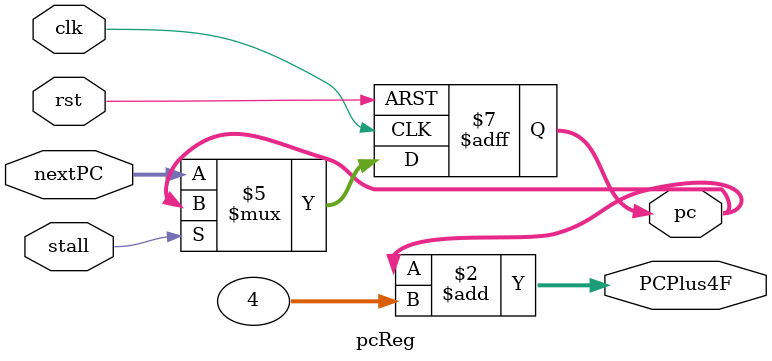
<source format=sv>
module pcReg #(
    parameter OFFSET = 4,
    parameter ADDR_WIDTH = 32
) (
    input   logic [ADDR_WIDTH-1:0]  nextPC,
    input   logic                   clk,
    input   logic                   rst,    
    input   logic                   stall,    
    output  logic [ADDR_WIDTH-1:0]  PCPlus4F,
    output  logic [ADDR_WIDTH-1:0]  pc
);

    always_comb begin
        PCPlus4F = pc + OFFSET;
    end

    always_ff @ (posedge clk or posedge rst)
        if (rst)
            pc <= 32'hBFC00000; // instruction 
        else if (!stall)
            pc <= nextPC;

endmodule

</source>
